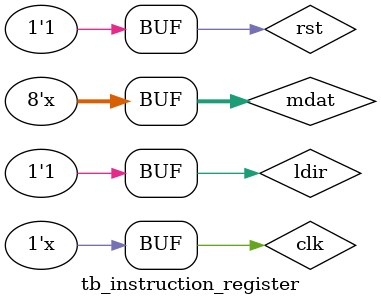
<source format=v>
`timescale 1ns / 1ps


module tb_instruction_register;

	// Inputs
	reg [7:0] mdat;
	reg clk;
	reg ldir;
	reg rst;

	// Outputs
	wire [4:0] adir;
	wire [2:0] opcode;

	// Instantiate the Unit Under Test (UUT)
	instruction_register uut (
		.mdat(mdat), 
		.clk(clk), 
		.ldir(ldir), 
		.rst(rst), 
		.adir(adir), 
		.opcode(opcode)
	);

	initial begin
		// Initialize Inputs
		mdat = 0;
		clk = 0;
		ldir = 0;
		rst = 0;

		// Wait 100 ns for global reset to finish
		#200;
      ldir = 1;
		rst = 1;
		// Add stimulus here

	end
      
always #100 clk = ~clk;

always #100 mdat = mdat+1'b1; //always #10 mdat = ~mdat // onebit

endmodule


</source>
